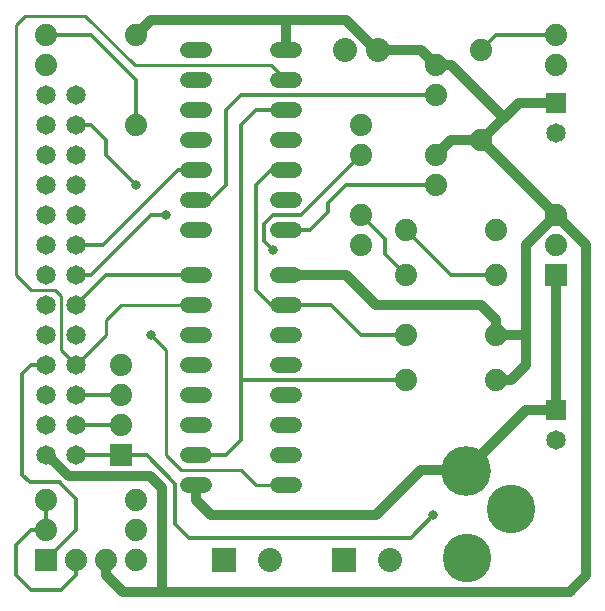
<source format=gbr>
G04 EAGLE Gerber RS-274X export*
G75*
%MOMM*%
%FSLAX34Y34*%
%LPD*%
%INTop Copper*%
%IPPOS*%
%AMOC8*
5,1,8,0,0,1.08239X$1,22.5*%
G01*
%ADD10C,1.320800*%
%ADD11R,1.879600X1.879600*%
%ADD12C,1.879600*%
%ADD13C,1.651000*%
%ADD14R,1.651000X1.651000*%
%ADD15C,4.216000*%
%ADD16C,4.114800*%
%ADD17R,2.032000X2.032000*%
%ADD18C,2.032000*%
%ADD19C,0.812800*%
%ADD20C,0.254000*%
%ADD21C,0.304800*%
%ADD22C,0.812800*%


D10*
X158496Y279400D02*
X171704Y279400D01*
X171704Y254000D02*
X158496Y254000D01*
X158496Y127000D02*
X171704Y127000D01*
X171704Y101600D02*
X158496Y101600D01*
X158496Y228600D02*
X171704Y228600D01*
X171704Y203200D02*
X158496Y203200D01*
X158496Y152400D02*
X171704Y152400D01*
X171704Y177800D02*
X158496Y177800D01*
X234696Y101600D02*
X247904Y101600D01*
X247904Y127000D02*
X234696Y127000D01*
X234696Y152400D02*
X247904Y152400D01*
X247904Y177800D02*
X234696Y177800D01*
X234696Y203200D02*
X247904Y203200D01*
X247904Y228600D02*
X234696Y228600D01*
X234696Y254000D02*
X247904Y254000D01*
X247904Y279400D02*
X234696Y279400D01*
D11*
X469900Y279400D03*
D12*
X469900Y304800D03*
X469900Y330200D03*
D10*
X171704Y469900D02*
X158496Y469900D01*
X158496Y444500D02*
X171704Y444500D01*
X171704Y317500D02*
X158496Y317500D01*
X234696Y317500D02*
X247904Y317500D01*
X171704Y419100D02*
X158496Y419100D01*
X158496Y393700D02*
X171704Y393700D01*
X171704Y342900D02*
X158496Y342900D01*
X158496Y368300D02*
X171704Y368300D01*
X234696Y342900D02*
X247904Y342900D01*
X247904Y368300D02*
X234696Y368300D01*
X234696Y393700D02*
X247904Y393700D01*
X247904Y419100D02*
X234696Y419100D01*
X234696Y444500D02*
X247904Y444500D01*
X247904Y469900D02*
X234696Y469900D01*
D13*
X469900Y400050D03*
D14*
X469900Y425450D03*
D15*
X393700Y113378D03*
D16*
X393954Y40170D03*
X431316Y81600D03*
D17*
X188722Y38100D03*
D18*
X227278Y38100D03*
D17*
X290322Y38100D03*
D18*
X328878Y38100D03*
D12*
X304800Y406400D03*
X304800Y381000D03*
X304800Y304800D03*
X304800Y330200D03*
X368300Y431800D03*
X368300Y457200D03*
X368300Y355600D03*
X368300Y381000D03*
D11*
X101600Y127000D03*
D12*
X101600Y152400D03*
X101600Y177800D03*
X101600Y203200D03*
D11*
X38100Y38100D03*
D12*
X63500Y38100D03*
X88900Y38100D03*
X114300Y38100D03*
X469900Y482600D03*
X469900Y457200D03*
X38100Y482600D03*
X38100Y457200D03*
D18*
X318770Y469900D03*
X290830Y469900D03*
D13*
X469900Y139700D03*
D14*
X469900Y165100D03*
D12*
X38100Y88900D03*
X114300Y88900D03*
X114300Y63500D03*
X38100Y63500D03*
X406400Y469900D03*
X406400Y393700D03*
X114300Y406400D03*
X114300Y482600D03*
X419100Y190500D03*
X342900Y190500D03*
X342900Y228600D03*
X419100Y228600D03*
X419100Y279400D03*
X342900Y279400D03*
X342900Y317500D03*
X419100Y317500D03*
D13*
X63500Y127000D03*
X63500Y152400D03*
X63500Y177800D03*
X63500Y203200D03*
X63500Y228600D03*
X63500Y254000D03*
X63500Y279400D03*
X63500Y304800D03*
X63500Y330200D03*
X63500Y355600D03*
X63500Y381000D03*
X63500Y406400D03*
X63500Y431800D03*
X38100Y431800D03*
X38100Y406400D03*
X38100Y381000D03*
X38100Y355600D03*
X38100Y330200D03*
X38100Y304800D03*
X38100Y279400D03*
X38100Y254000D03*
X38100Y228600D03*
X38100Y203200D03*
X38100Y177800D03*
X38100Y152400D03*
X38100Y127000D03*
D19*
X88900Y38100D02*
X88900Y25400D01*
X102870Y11430D01*
X438150Y425450D02*
X469900Y425450D01*
X438150Y425450D02*
X425450Y412750D01*
X406400Y393700D01*
X425450Y412750D02*
X381000Y457200D01*
X318770Y469900D02*
X317500Y469900D01*
X292100Y495300D01*
X241300Y495300D01*
X127000Y495300D01*
X114300Y482600D01*
X241300Y469900D02*
X241300Y495300D01*
X137160Y11430D02*
X102870Y11430D01*
X495300Y25400D02*
X495300Y304800D01*
X495300Y25400D02*
X481330Y11430D01*
X137160Y11430D01*
X381000Y393700D02*
X406400Y393700D01*
X381000Y393700D02*
X368300Y381000D01*
X406400Y393700D02*
X469900Y330200D01*
X431800Y190500D02*
X419100Y190500D01*
X431800Y190500D02*
X444500Y203200D01*
X444500Y228600D01*
X444500Y304800D01*
X419100Y241300D02*
X419100Y228600D01*
X419100Y241300D02*
X406400Y254000D01*
X317500Y254000D01*
X292100Y279400D01*
X241300Y279400D01*
X419100Y228600D02*
X444500Y228600D01*
X57150Y109220D02*
X43180Y123190D01*
X41910Y123190D01*
X38100Y127000D01*
X57150Y109220D02*
X125730Y109220D01*
X135890Y99060D01*
X135890Y12700D01*
X137160Y11430D01*
X318770Y469900D02*
X355600Y469900D01*
X368300Y457200D01*
X381000Y457200D01*
X469900Y330200D02*
X495300Y304800D01*
X469900Y330200D02*
X444500Y304800D01*
D20*
X165100Y254000D02*
X114300Y254000D01*
X50800Y241300D02*
X50800Y215900D01*
X50800Y241300D02*
X50800Y261620D01*
X45720Y266700D01*
X25400Y266700D01*
X12700Y279400D01*
X12700Y491490D01*
X20320Y499110D01*
X71120Y499110D01*
X113030Y457200D01*
X228600Y457200D01*
X114300Y254000D02*
X101600Y254000D01*
X88900Y241300D01*
X88900Y228600D01*
X63500Y203200D01*
X50800Y215900D01*
X241300Y444500D02*
X228600Y457200D01*
D21*
X203200Y190500D02*
X342900Y190500D01*
X203200Y190500D02*
X203200Y139700D01*
X190500Y127000D01*
X165100Y127000D01*
X203200Y190500D02*
X203200Y406400D01*
X215900Y419100D01*
X241300Y419100D01*
X304800Y228600D02*
X342900Y228600D01*
X304800Y228600D02*
X279400Y254000D01*
X241300Y254000D01*
X241300Y368300D02*
X228600Y368300D01*
X215900Y355600D01*
X215900Y266700D01*
X228600Y254000D01*
X241300Y254000D01*
X419100Y482600D02*
X469900Y482600D01*
X419100Y482600D02*
X406400Y469900D01*
X76200Y482600D02*
X38100Y482600D01*
X76200Y482600D02*
X114300Y444500D01*
X114300Y406400D01*
X203200Y431800D02*
X330200Y431800D01*
X203200Y431800D02*
X190500Y419100D01*
X190500Y368300D01*
X177800Y342900D02*
X165100Y342900D01*
X177800Y342900D02*
X190500Y355600D01*
X190500Y368300D01*
X330200Y431800D02*
X368300Y431800D01*
X261620Y317500D02*
X241300Y317500D01*
X261620Y317500D02*
X276860Y332740D01*
X276860Y340360D01*
X292100Y355600D01*
X368300Y355600D01*
D22*
X114300Y355600D03*
D21*
X88900Y393700D02*
X76200Y406400D01*
X88900Y393700D02*
X88900Y381000D01*
X114300Y355600D01*
X254000Y330200D02*
X304800Y381000D01*
X254000Y330200D02*
X229870Y330200D01*
X222250Y322580D01*
X222250Y308610D01*
X229870Y300990D01*
D22*
X229870Y300990D03*
D21*
X76200Y406400D02*
X63500Y406400D01*
X330200Y292100D02*
X342900Y279400D01*
X330200Y292100D02*
X325120Y297180D01*
X325120Y309880D01*
X304800Y330200D01*
X38100Y63500D02*
X25400Y63500D01*
X12700Y50800D01*
X12700Y25400D01*
X25400Y12700D01*
X50800Y12700D01*
X63500Y25400D01*
X63500Y38100D01*
X38100Y63500D02*
X38100Y88900D01*
X381000Y279400D02*
X419100Y279400D01*
X381000Y279400D02*
X342900Y317500D01*
X147320Y102870D02*
X123190Y127000D01*
X147320Y102870D02*
X147320Y68580D01*
X158750Y57150D01*
X336550Y57150D01*
D22*
X365760Y76200D03*
D21*
X346710Y57150D02*
X336550Y57150D01*
X346710Y57150D02*
X365760Y76200D01*
X101600Y127000D02*
X63500Y127000D01*
X101600Y127000D02*
X123190Y127000D01*
X63500Y63500D02*
X38100Y38100D01*
X63500Y63500D02*
X63500Y90170D01*
X50800Y102870D01*
X17780Y110490D02*
X17780Y195580D01*
X25400Y203200D01*
X49530Y104140D02*
X50800Y102870D01*
X49530Y104140D02*
X24130Y104140D01*
X17780Y110490D01*
X25400Y203200D02*
X38100Y203200D01*
X88900Y279400D02*
X165100Y279400D01*
X88900Y279400D02*
X63500Y254000D01*
D20*
X215900Y101600D02*
X241300Y101600D01*
X215900Y101600D02*
X203200Y114300D01*
X152400Y114300D01*
X139700Y127000D01*
X139700Y215900D01*
X127000Y228600D01*
D22*
X127000Y228600D03*
X139700Y330200D03*
D21*
X127000Y330200D01*
X88900Y292100D01*
X76200Y279400D02*
X63500Y279400D01*
X76200Y279400D02*
X88900Y292100D01*
X149860Y368300D02*
X165100Y368300D01*
X149860Y368300D02*
X86360Y304800D01*
X63500Y304800D01*
X63500Y152400D02*
X101600Y152400D01*
X101600Y177800D02*
X63500Y177800D01*
D19*
X469900Y165100D02*
X469900Y279400D01*
X444500Y165100D02*
X393700Y114300D01*
X355600Y114300D01*
X317500Y76200D01*
X177800Y76200D01*
X165100Y88900D01*
X165100Y101600D01*
X444500Y165100D02*
X469900Y165100D01*
X393700Y114300D02*
X393700Y113378D01*
M02*

</source>
